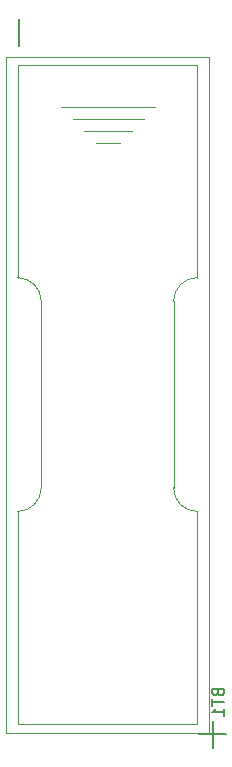
<source format=gbr>
G04 #@! TF.GenerationSoftware,KiCad,Pcbnew,(5.1.5)-1*
G04 #@! TF.CreationDate,2021-02-18T15:35:30+01:00*
G04 #@! TF.ProjectId,button,62757474-6f6e-42e6-9b69-6361645f7063,rev?*
G04 #@! TF.SameCoordinates,Original*
G04 #@! TF.FileFunction,Legend,Bot*
G04 #@! TF.FilePolarity,Positive*
%FSLAX46Y46*%
G04 Gerber Fmt 4.6, Leading zero omitted, Abs format (unit mm)*
G04 Created by KiCad (PCBNEW (5.1.5)-1) date 2021-02-18 15:35:30*
%MOMM*%
%LPD*%
G04 APERTURE LIST*
%ADD10C,0.120000*%
%ADD11C,0.150000*%
G04 APERTURE END LIST*
D10*
X129060000Y-61220000D02*
X125060000Y-61220000D01*
X124060000Y-60220000D02*
X130060000Y-60220000D01*
X131060000Y-59220000D02*
X123060000Y-59220000D01*
X128060000Y-62220000D02*
X126060000Y-62220000D01*
X135565000Y-54910000D02*
X118435000Y-54910000D01*
X118435000Y-54910000D02*
X118435000Y-112150000D01*
X118435000Y-112150000D02*
X135565000Y-112150000D01*
X135565000Y-112150000D02*
X135565000Y-54910000D01*
X134600000Y-111430000D02*
X119400000Y-111430000D01*
X119400000Y-111430000D02*
X119400000Y-93430000D01*
X134600000Y-55630000D02*
X119400000Y-55630000D01*
X134600000Y-111430000D02*
X134600000Y-93430000D01*
X134600000Y-73630000D02*
X134600000Y-55630000D01*
X119400000Y-73630000D02*
X119400000Y-55630000D01*
X119400000Y-93430000D02*
G75*
G03X121400000Y-91430000I0J2000000D01*
G01*
X121400000Y-75630000D02*
G75*
G03X119400000Y-73630000I-2000000J0D01*
G01*
X134600000Y-73630000D02*
G75*
G03X132600000Y-75630000I0J-2000000D01*
G01*
X132600000Y-91430000D02*
G75*
G03X134600000Y-93430000I2000000J0D01*
G01*
X132600000Y-91430000D02*
X132600000Y-75630000D01*
X121400000Y-75630000D02*
X121400000Y-91430000D01*
D11*
X136348571Y-108764285D02*
X136396190Y-108907142D01*
X136443809Y-108954761D01*
X136539047Y-109002380D01*
X136681904Y-109002380D01*
X136777142Y-108954761D01*
X136824761Y-108907142D01*
X136872380Y-108811904D01*
X136872380Y-108430952D01*
X135872380Y-108430952D01*
X135872380Y-108764285D01*
X135920000Y-108859523D01*
X135967619Y-108907142D01*
X136062857Y-108954761D01*
X136158095Y-108954761D01*
X136253333Y-108907142D01*
X136300952Y-108859523D01*
X136348571Y-108764285D01*
X136348571Y-108430952D01*
X135872380Y-109288095D02*
X135872380Y-109859523D01*
X136872380Y-109573809D02*
X135872380Y-109573809D01*
X136872380Y-110716666D02*
X136872380Y-110145238D01*
X136872380Y-110430952D02*
X135872380Y-110430952D01*
X136015238Y-110335714D01*
X136110476Y-110240476D01*
X136158095Y-110145238D01*
X135904285Y-111157142D02*
X135904285Y-113442857D01*
X137047142Y-112300000D02*
X134761428Y-112300000D01*
X119534285Y-51767142D02*
X119534285Y-54052857D01*
M02*

</source>
